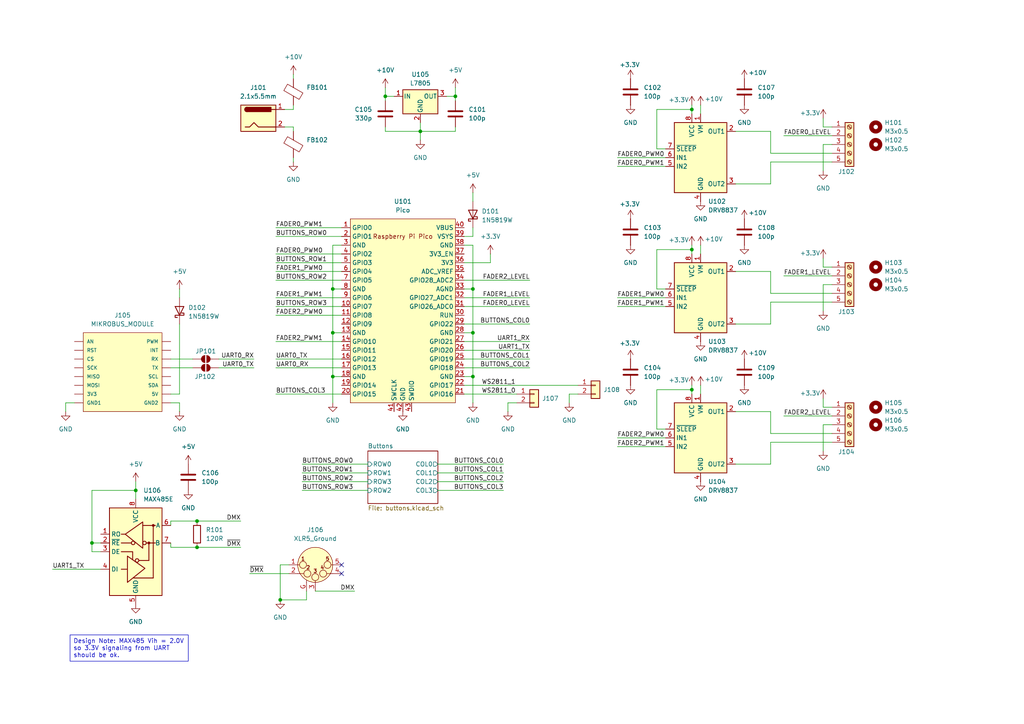
<source format=kicad_sch>
(kicad_sch (version 20231120) (generator "eeschema") (generator_version "8.0")
  (paper "A4")
  (title_block (title "DMX Controller") (rev "A") (company "Hinkle Inc."))
  (lib_symbols
    (symbol "Connector:Barrel_Jack" (pin_names (offset 1.016))
      (property "Reference" "J" (at 0 5.334 0))
      (property "Value" "Barrel_Jack" (at 0 -5.08 0))
      (symbol "Barrel_Jack_1_1"
        (pin passive line (at 7.62 2.54 180) (length 2.54) (name "~") (number "1"))
        (pin passive line (at 7.62 -2.54 180) (length 2.54) (name "~") (number "2"))
      )
    )
    (symbol "Connector:Screw_Terminal_01x05" (pin_names (offset 1.016) hide)
      (property "Reference" "J" (at 0 7.62 0))
      (property "Value" "Screw_Terminal_01x05" (at 0 -7.62 0))
      (symbol "Screw_Terminal_01x05_1_1"
        (pin passive line (at -5.08 5.08 0) (length 3.81) (name "Pin_1") (number "1"))
        (pin passive line (at -5.08 2.54 0) (length 3.81) (name "Pin_2") (number "2"))
        (pin passive line (at -5.08 0 0) (length 3.81) (name "Pin_3") (number "3"))
        (pin passive line (at -5.08 -2.54 0) (length 3.81) (name "Pin_4") (number "4"))
        (pin passive line (at -5.08 -5.08 0) (length 3.81) (name "Pin_5") (number "5"))
      )
    )
    (symbol "Connector_Audio:XLR5_Ground" (pin_names hide)
      (property "Reference" "J" (at 0 8.89 0))
      (property "Value" "XLR5_Ground" (at 0 6.35 0))
      (symbol "XLR5_Ground_0_1"
        (text "1" (at -3.556 1.778 0) (effects (font (size 1.016 1.016) (bold yes))))
        (text "2" (at -2.032 -0.762 0) (effects (font (size 1.016 1.016) (bold yes))))
        (text "3" (at 0 -1.778 0) (effects (font (size 1.016 1.016) (bold yes))))
        (text "4" (at 2.032 -0.762 0) (effects (font (size 1.016 1.016) (bold yes))))
        (text "5" (at 3.556 1.778 0) (effects (font (size 1.016 1.016) (bold yes))))
      )
      (symbol "XLR5_Ground_1_1"
        (pin passive line (at -7.62 0 0) (length 2.54) (name "P1") (number "1"))
        (pin passive line (at -7.62 -2.54 0) (length 2.54) (name "P2") (number "2"))
        (pin passive line (at 0 -7.62 90) (length 2.54) (name "P3") (number "3"))
        (pin passive line (at 7.62 -2.54 180) (length 2.54) (name "P3") (number "4"))
        (pin passive line (at 7.62 0 180) (length 2.54) (name "P5") (number "5"))
        (pin passive line (at -2.54 -7.62 90) (length 2.54) (name "~") (number "G"))
      )
    )
    (symbol "Connector_Generic:Conn_01x02" (pin_names (offset 1.016) hide)
      (property "Reference" "J" (at 0 2.54 0))
      (property "Value" "Conn_01x02" (at 0 -5.08 0))
      (symbol "Conn_01x02_1_1"
        (pin passive line (at -5.08 0 0) (length 3.81) (name "Pin_1") (number "1"))
        (pin passive line (at -5.08 -2.54 0) (length 3.81) (name "Pin_2") (number "2"))
      )
    )
    (symbol "Device:C" (pin_numbers hide) (pin_names (offset 0.254))
      (property "Reference" "C" (at 0.635 2.54 0))
      (property "Value" "C" (at 0.635 -2.54 0))
      (symbol "C_1_1"
        (pin passive line (at 0 3.81 270) (length 2.794) (name "~") (number "1"))
        (pin passive line (at 0 -3.81 90) (length 2.794) (name "~") (number "2"))
      )
    )
    (symbol "Device:D_Schottky" (pin_numbers hide) (pin_names (offset 1.016) hide)
      (property "Reference" "D" (at 0 2.54 0))
      (property "Value" "D_Schottky" (at 0 -2.54 0))
      (symbol "D_Schottky_1_1"
        (pin passive line (at -3.81 0 0) (length 2.54) (name "K") (number "1"))
        (pin passive line (at 3.81 0 180) (length 2.54) (name "A") (number "2"))
      )
    )
    (symbol "Device:FerriteBead" (pin_numbers hide) (pin_names (offset 0))
      (property "Reference" "FB" (at -3.81 0.635 90))
      (property "Value" "FerriteBead" (at 3.81 0 90))
      (symbol "FerriteBead_1_1"
        (pin passive line (at 0 3.81 270) (length 2.54) (name "~") (number "1"))
        (pin passive line (at 0 -3.81 90) (length 2.54) (name "~") (number "2"))
      )
    )
    (symbol "Device:R" (pin_numbers hide) (pin_names (offset 0))
      (property "Reference" "R" (at 2.032 0 90))
      (property "Value" "R" (at 0 0 90))
      (symbol "R_1_1"
        (pin passive line (at 0 3.81 270) (length 1.27) (name "~") (number "1"))
        (pin passive line (at 0 -3.81 90) (length 1.27) (name "~") (number "2"))
      )
    )
    (symbol "Driver_Motor:DRV8837"
      (property "Reference" "U" (at 6.35 11.43 0))
      (property "Value" "DRV8837" (at -10.16 11.43 0))
      (symbol "DRV8837_1_1"
        (pin power_in line (at 0 12.7 270) (length 2.54) (name "VM") (number "1"))
        (pin output line (at 10.16 7.62 180) (length 2.54) (name "OUT1") (number "2"))
        (pin output line (at 10.16 -7.62 180) (length 2.54) (name "OUT2") (number "3"))
        (pin power_in line (at 0 -12.7 90) (length 2.54) (name "GND") (number "4"))
        (pin input line (at -10.16 -2.54 0) (length 2.54) (name "IN2") (number "5"))
        (pin input line (at -10.16 0 0) (length 2.54) (name "IN1") (number "6"))
        (pin input line (at -10.16 2.54 0) (length 2.54) (name "~{SLEEP}") (number "7"))
        (pin power_in line (at -2.54 12.7 270) (length 2.54) (name "VCC") (number "8"))
        (pin passive line (at 0 -12.7 90) (length 2.54) hide (name "GND") (number "9"))
      )
    )
    (symbol "Interface_UART:MAX485E"
      (property "Reference" "U" (at -6.985 13.97 0))
      (property "Value" "MAX485E" (at 1.905 13.97 0))
      (symbol "MAX485E_1_1"
        (pin output line (at -10.16 5.08 0) (length 2.54) (name "RO") (number "1"))
        (pin input line (at -10.16 2.54 0) (length 2.54) (name "~{RE}") (number "2"))
        (pin input line (at -10.16 0 0) (length 2.54) (name "DE") (number "3"))
        (pin input line (at -10.16 -5.08 0) (length 2.54) (name "DI") (number "4"))
        (pin power_in line (at 0 -15.24 90) (length 2.54) (name "GND") (number "5"))
        (pin bidirectional line (at 10.16 7.62 180) (length 2.54) (name "A") (number "6"))
        (pin bidirectional line (at 10.16 2.54 180) (length 2.54) (name "B") (number "7"))
        (pin power_in line (at 0 15.24 270) (length 2.54) (name "VCC") (number "8"))
      )
    )
    (symbol "Jumper:SolderJumper_2_Open" (pin_numbers hide) (pin_names (offset 0) hide) (exclude_from_sim yes) (in_bom no)
      (property "Reference" "JP" (at 0 2.032 0))
      (property "Value" "SolderJumper_2_Open" (at 0 -2.54 0))
      (symbol "SolderJumper_2_Open_1_1"
        (pin passive line (at -3.81 0 0) (length 2.54) (name "A") (number "1"))
        (pin passive line (at 3.81 0 180) (length 2.54) (name "B") (number "2"))
      )
    )
    (symbol "MCU_RaspberryPi_and_Boards:Pico"
      (property "Reference" "U" (at -13.97 27.94 0))
      (property "Value" "Pico" (at 0 19.05 0))
      (symbol "Pico_0_0"
        (text "Raspberry Pi Pico" (at 0 21.59 0) (effects (font (size 1.27 1.27))))
      )
      (symbol "Pico_1_1"
        (pin bidirectional line (at -17.78 24.13 0) (length 2.54) (name "GPIO0") (number "1"))
        (pin bidirectional line (at -17.78 1.27 0) (length 2.54) (name "GPIO7") (number "10"))
        (pin bidirectional line (at -17.78 -1.27 0) (length 2.54) (name "GPIO8") (number "11"))
        (pin bidirectional line (at -17.78 -3.81 0) (length 2.54) (name "GPIO9") (number "12"))
        (pin power_in line (at -17.78 -6.35 0) (length 2.54) (name "GND") (number "13"))
        (pin bidirectional line (at -17.78 -8.89 0) (length 2.54) (name "GPIO10") (number "14"))
        (pin bidirectional line (at -17.78 -11.43 0) (length 2.54) (name "GPIO11") (number "15"))
        (pin bidirectional line (at -17.78 -13.97 0) (length 2.54) (name "GPIO12") (number "16"))
        (pin bidirectional line (at -17.78 -16.51 0) (length 2.54) (name "GPIO13") (number "17"))
        (pin power_in line (at -17.78 -19.05 0) (length 2.54) (name "GND") (number "18"))
        (pin bidirectional line (at -17.78 -21.59 0) (length 2.54) (name "GPIO14") (number "19"))
        (pin bidirectional line (at -17.78 21.59 0) (length 2.54) (name "GPIO1") (number "2"))
        (pin bidirectional line (at -17.78 -24.13 0) (length 2.54) (name "GPIO15") (number "20"))
        (pin bidirectional line (at 17.78 -24.13 180) (length 2.54) (name "GPIO16") (number "21"))
        (pin bidirectional line (at 17.78 -21.59 180) (length 2.54) (name "GPIO17") (number "22"))
        (pin power_in line (at 17.78 -19.05 180) (length 2.54) (name "GND") (number "23"))
        (pin bidirectional line (at 17.78 -16.51 180) (length 2.54) (name "GPIO18") (number "24"))
        (pin bidirectional line (at 17.78 -13.97 180) (length 2.54) (name "GPIO19") (number "25"))
        (pin bidirectional line (at 17.78 -11.43 180) (length 2.54) (name "GPIO20") (number "26"))
        (pin bidirectional line (at 17.78 -8.89 180) (length 2.54) (name "GPIO21") (number "27"))
        (pin power_in line (at 17.78 -6.35 180) (length 2.54) (name "GND") (number "28"))
        (pin bidirectional line (at 17.78 -3.81 180) (length 2.54) (name "GPIO22") (number "29"))
        (pin power_in line (at -17.78 19.05 0) (length 2.54) (name "GND") (number "3"))
        (pin input line (at 17.78 -1.27 180) (length 2.54) (name "RUN") (number "30"))
        (pin bidirectional line (at 17.78 1.27 180) (length 2.54) (name "GPIO26_ADC0") (number "31"))
        (pin bidirectional line (at 17.78 3.81 180) (length 2.54) (name "GPIO27_ADC1") (number "32"))
        (pin power_in line (at 17.78 6.35 180) (length 2.54) (name "AGND") (number "33"))
        (pin bidirectional line (at 17.78 8.89 180) (length 2.54) (name "GPIO28_ADC2") (number "34"))
        (pin power_in line (at 17.78 11.43 180) (length 2.54) (name "ADC_VREF") (number "35"))
        (pin power_in line (at 17.78 13.97 180) (length 2.54) (name "3V3") (number "36"))
        (pin input line (at 17.78 16.51 180) (length 2.54) (name "3V3_EN") (number "37"))
        (pin bidirectional line (at 17.78 19.05 180) (length 2.54) (name "GND") (number "38"))
        (pin power_in line (at 17.78 21.59 180) (length 2.54) (name "VSYS") (number "39"))
        (pin bidirectional line (at -17.78 16.51 0) (length 2.54) (name "GPIO2") (number "4"))
        (pin power_in line (at 17.78 24.13 180) (length 2.54) (name "VBUS") (number "40"))
        (pin input line (at -2.54 -29.21 90) (length 2.54) (name "SWCLK") (number "41"))
        (pin power_in line (at 0 -29.21 90) (length 2.54) (name "GND") (number "42"))
        (pin bidirectional line (at 2.54 -29.21 90) (length 2.54) (name "SWDIO") (number "43"))
        (pin bidirectional line (at -17.78 13.97 0) (length 2.54) (name "GPIO3") (number "5"))
        (pin bidirectional line (at -17.78 11.43 0) (length 2.54) (name "GPIO4") (number "6"))
        (pin bidirectional line (at -17.78 8.89 0) (length 2.54) (name "GPIO5") (number "7"))
        (pin power_in line (at -17.78 6.35 0) (length 2.54) (name "GND") (number "8"))
        (pin bidirectional line (at -17.78 3.81 0) (length 2.54) (name "GPIO6") (number "9"))
      )
    )
    (symbol "Mechanical:MountingHole" (pin_names (offset 1.016)) (exclude_from_sim yes) (in_bom no)
      (property "Reference" "H" (at 0 5.08 0))
      (property "Value" "MountingHole" (at 0 3.175 0))
    )
    (symbol "Regulator_Linear:L7805" (pin_names (offset 0.254))
      (property "Reference" "U" (at -3.81 3.175 0))
      (property "Value" "L7805" (at 0 3.175 0))
      (symbol "L7805_1_1"
        (pin power_in line (at -7.62 0 0) (length 2.54) (name "IN") (number "1"))
        (pin power_in line (at 0 -7.62 90) (length 2.54) (name "GND") (number "2"))
        (pin power_out line (at 7.62 0 180) (length 2.54) (name "OUT") (number "3"))
      )
    )
    (symbol "mikrobus:MIKROBUS_MODULE" (pin_numbers hide) (pin_names (offset 1.016))
      (property "Reference" "J" (at 0 -0.508 0))
      (property "Value" "MIKROBUS_MODULE" (at 0 23.368 0))
      (symbol "MIKROBUS_MODULE_0_0"
        (pin bidirectional line (at -2.54 20.32 0) (length 2.54) (name "AN") (number "P1"))
        (pin power_in line (at 25.4 5.08 180) (length 2.54) (name "5V") (number "P10"))
        (pin bidirectional line (at 25.4 7.62 180) (length 2.54) (name "SDA") (number "P11"))
        (pin bidirectional line (at 25.4 10.16 180) (length 2.54) (name "SCL") (number "P12"))
        (pin bidirectional line (at 25.4 12.7 180) (length 2.54) (name "TX") (number "P13"))
        (pin bidirectional line (at 25.4 15.24 180) (length 2.54) (name "RX") (number "P14"))
        (pin bidirectional line (at 25.4 17.78 180) (length 2.54) (name "INT") (number "P15"))
        (pin bidirectional line (at 25.4 20.32 180) (length 2.54) (name "PWM") (number "P16"))
        (pin bidirectional line (at -2.54 17.78 0) (length 2.54) (name "RST") (number "P2"))
        (pin bidirectional line (at -2.54 15.24 0) (length 2.54) (name "CS") (number "P3"))
        (pin bidirectional line (at -2.54 12.7 0) (length 2.54) (name "SCK") (number "P4"))
        (pin bidirectional line (at -2.54 10.16 0) (length 2.54) (name "MISO") (number "P5"))
        (pin bidirectional line (at -2.54 7.62 0) (length 2.54) (name "MOSI") (number "P6"))
        (pin power_in line (at -2.54 5.08 0) (length 2.54) (name "3V3") (number "P7"))
        (pin bidirectional line (at -2.54 2.54 0) (length 2.54) (name "GND1") (number "P8"))
        (pin bidirectional line (at 25.4 2.54 180) (length 2.54) (name "GND2") (number "P9"))
      )
    )
    (symbol "power:+10V" (power) (pin_numbers hide) (pin_names (offset 0) hide)
      (property "Value" "+10V" (at 0 3.556 0))
      (symbol "+10V_1_1"
        (pin power_in line (at 0 0 90) (length 0) (name "~") (number "1"))
      )
    )
    (symbol "power:+3.3V" (power) (pin_numbers hide) (pin_names (offset 0) hide)
      (property "Value" "+3.3V" (at 0 3.556 0))
      (symbol "+3.3V_1_1"
        (pin power_in line (at 0 0 90) (length 0) (name "~") (number "1"))
      )
    )
    (symbol "power:+5V" (power) (pin_numbers hide) (pin_names (offset 0) hide)
      (property "Value" "+5V" (at 0 3.556 0))
      (symbol "+5V_1_1"
        (pin power_in line (at 0 0 90) (length 0) (name "~") (number "1"))
      )
    )
    (symbol "power:GND" (power) (pin_numbers hide) (pin_names (offset 0) hide)
      (property "Value" "GND" (at 0 -3.81 0))
      (symbol "GND_1_1"
        (pin power_in line (at 0 0 270) (length 0) (name "~") (number "1"))
      )
    )
  )
  (junction (at 121.92 38.1))
  (junction (at 200.66 72.39))
  (junction (at 200.66 113.03))
  (junction (at 96.52 109.22))
  (junction (at 57.15 158.75))
  (junction (at 111.76 27.94))
  (junction (at 137.16 83.82))
  (junction (at 132.08 27.94))
  (junction (at 137.16 109.22))
  (junction (at 57.15 151.13))
  (junction (at 200.66 31.75))
  (junction (at 26.67 157.48))
  (junction (at 96.52 96.52))
  (junction (at 137.16 96.52))
  (junction (at 39.37 142.24))
  (junction (at 81.28 173.99))
  (junction (at 96.52 83.82))
  (no_connect (at 99.06 163.83))
  (no_connect (at 99.06 166.37))
  (wire (pts (xy 49.53 158.75) (xy 49.53 157.48)))
  (wire (pts (xy 39.37 139.7) (xy 39.37 142.24)))
  (wire (pts (xy 134.62 83.82) (xy 137.16 83.82)))
  (wire (pts (xy 134.62 68.58) (xy 137.16 68.58)))
  (wire (pts (xy 190.5 83.82) (xy 193.04 83.82)))
  (wire (pts (xy 238.76 130.81) (xy 238.76 123.19)))
  (wire (pts (xy 19.05 116.84) (xy 19.05 119.38)))
  (wire (pts (xy 49.53 151.13) (xy 57.15 151.13)))
  (wire (pts (xy 153.67 106.68) (xy 134.62 106.68)))
  (wire (pts (xy 49.53 106.68) (xy 55.88 106.68)))
  (wire (pts (xy 200.66 72.39) (xy 200.66 73.66)))
  (wire (pts (xy 190.5 31.75) (xy 200.66 31.75)))
  (wire (pts (xy 134.62 114.3) (xy 149.86 114.3)))
  (wire (pts (xy 134.62 88.9) (xy 153.67 88.9)))
  (wire (pts (xy 200.66 113.03) (xy 200.66 114.3)))
  (wire (pts (xy 190.5 43.18) (xy 190.5 31.75)))
  (wire (pts (xy 190.5 124.46) (xy 193.04 124.46)))
  (wire (pts (xy 85.09 21.59) (xy 85.09 22.86)))
  (wire (pts (xy 203.2 71.12) (xy 203.2 73.66)))
  (wire (pts (xy 134.62 86.36) (xy 153.67 86.36)))
  (wire (pts (xy 153.67 104.14) (xy 134.62 104.14)))
  (wire (pts (xy 146.05 142.24) (xy 127 142.24)))
  (wire (pts (xy 52.07 93.98) (xy 52.07 114.3)))
  (wire (pts (xy 29.21 165.1) (xy 15.24 165.1)))
  (wire (pts (xy 137.16 83.82) (xy 137.16 96.52)))
  (wire (pts (xy 111.76 38.1) (xy 111.76 36.83)))
  (wire (pts (xy 137.16 109.22) (xy 134.62 109.22)))
  (wire (pts (xy 238.76 90.17) (xy 238.76 82.55)))
  (wire (pts (xy 238.76 82.55) (xy 241.3 82.55)))
  (wire (pts (xy 80.01 99.06) (xy 99.06 99.06)))
  (wire (pts (xy 132.08 27.94) (xy 129.54 27.94)))
  (wire (pts (xy 96.52 83.82) (xy 96.52 96.52)))
  (wire (pts (xy 223.52 134.62) (xy 223.52 128.27)))
  (wire (pts (xy 223.52 85.09) (xy 223.52 78.74)))
  (wire (pts (xy 49.53 158.75) (xy 57.15 158.75)))
  (wire (pts (xy 179.07 48.26) (xy 193.04 48.26)))
  (wire (pts (xy 57.15 151.13) (xy 69.85 151.13)))
  (wire (pts (xy 111.76 27.94) (xy 111.76 25.4)))
  (wire (pts (xy 121.92 38.1) (xy 111.76 38.1)))
  (wire (pts (xy 29.21 160.02) (xy 26.67 160.02)))
  (wire (pts (xy 134.62 81.28) (xy 153.67 81.28)))
  (wire (pts (xy 223.52 125.73) (xy 223.52 119.38)))
  (wire (pts (xy 85.09 36.83) (xy 85.09 38.1)))
  (wire (pts (xy 96.52 109.22) (xy 96.52 116.84)))
  (wire (pts (xy 146.05 134.62) (xy 127 134.62)))
  (wire (pts (xy 80.01 88.9) (xy 99.06 88.9)))
  (wire (pts (xy 223.52 46.99) (xy 241.3 46.99)))
  (wire (pts (xy 223.52 119.38) (xy 213.36 119.38)))
  (wire (pts (xy 213.36 93.98) (xy 223.52 93.98)))
  (wire (pts (xy 223.52 93.98) (xy 223.52 87.63)))
  (wire (pts (xy 213.36 53.34) (xy 223.52 53.34)))
  (wire (pts (xy 167.64 114.3) (xy 165.1 114.3)))
  (wire (pts (xy 91.44 171.45) (xy 102.87 171.45)))
  (wire (pts (xy 223.52 53.34) (xy 223.52 46.99)))
  (wire (pts (xy 132.08 29.21) (xy 132.08 27.94)))
  (wire (pts (xy 146.05 137.16) (xy 127 137.16)))
  (wire (pts (xy 26.67 157.48) (xy 26.67 142.24)))
  (wire (pts (xy 190.5 124.46) (xy 190.5 113.03)))
  (wire (pts (xy 190.5 43.18) (xy 193.04 43.18)))
  (wire (pts (xy 149.86 116.84) (xy 147.32 116.84)))
  (wire (pts (xy 26.67 142.24) (xy 39.37 142.24)))
  (wire (pts (xy 82.55 31.75) (xy 85.09 31.75)))
  (wire (pts (xy 80.01 106.68) (xy 99.06 106.68)))
  (wire (pts (xy 111.76 27.94) (xy 111.76 29.21)))
  (wire (pts (xy 238.76 49.53) (xy 238.76 41.91)))
  (wire (pts (xy 26.67 157.48) (xy 29.21 157.48)))
  (wire (pts (xy 85.09 30.48) (xy 85.09 31.75)))
  (wire (pts (xy 81.28 163.83) (xy 83.82 163.83)))
  (wire (pts (xy 99.06 96.52) (xy 96.52 96.52)))
  (wire (pts (xy 200.66 71.12) (xy 200.66 72.39)))
  (wire (pts (xy 114.3 27.94) (xy 111.76 27.94)))
  (wire (pts (xy 223.52 38.1) (xy 213.36 38.1)))
  (wire (pts (xy 99.06 109.22) (xy 96.52 109.22)))
  (wire (pts (xy 73.66 106.68) (xy 63.5 106.68)))
  (wire (pts (xy 137.16 55.88) (xy 137.16 58.42)))
  (wire (pts (xy 52.07 83.82) (xy 52.07 86.36)))
  (wire (pts (xy 190.5 113.03) (xy 200.66 113.03)))
  (wire (pts (xy 81.28 173.99) (xy 81.28 163.83)))
  (wire (pts (xy 134.62 99.06) (xy 153.67 99.06)))
  (wire (pts (xy 132.08 25.4) (xy 132.08 27.94)))
  (wire (pts (xy 238.76 41.91) (xy 241.3 41.91)))
  (wire (pts (xy 80.01 81.28) (xy 99.06 81.28)))
  (wire (pts (xy 223.52 128.27) (xy 241.3 128.27)))
  (wire (pts (xy 99.06 66.04) (xy 80.01 66.04)))
  (wire (pts (xy 96.52 71.12) (xy 96.52 83.82)))
  (wire (pts (xy 80.01 86.36) (xy 99.06 86.36)))
  (wire (pts (xy 88.9 171.45) (xy 88.9 173.99)))
  (wire (pts (xy 179.07 127) (xy 193.04 127)))
  (wire (pts (xy 80.01 78.74) (xy 99.06 78.74)))
  (wire (pts (xy 99.06 83.82) (xy 96.52 83.82)))
  (wire (pts (xy 134.62 71.12) (xy 137.16 71.12)))
  (wire (pts (xy 39.37 142.24) (xy 39.37 144.78)))
  (wire (pts (xy 200.66 30.48) (xy 200.66 31.75)))
  (wire (pts (xy 99.06 71.12) (xy 96.52 71.12)))
  (wire (pts (xy 26.67 160.02) (xy 26.67 157.48)))
  (wire (pts (xy 87.63 139.7) (xy 106.68 139.7)))
  (wire (pts (xy 121.92 40.64) (xy 121.92 38.1)))
  (wire (pts (xy 213.36 134.62) (xy 223.52 134.62)))
  (wire (pts (xy 203.2 111.76) (xy 203.2 114.3)))
  (wire (pts (xy 227.33 39.37) (xy 241.3 39.37)))
  (wire (pts (xy 241.3 36.83) (xy 238.76 36.83)))
  (wire (pts (xy 147.32 116.84) (xy 147.32 119.38)))
  (wire (pts (xy 80.01 68.58) (xy 99.06 68.58)))
  (wire (pts (xy 73.66 104.14) (xy 63.5 104.14)))
  (wire (pts (xy 238.76 36.83) (xy 238.76 34.29)))
  (wire (pts (xy 223.52 78.74) (xy 213.36 78.74)))
  (wire (pts (xy 238.76 77.47) (xy 238.76 74.93)))
  (wire (pts (xy 134.62 76.2) (xy 142.24 76.2)))
  (wire (pts (xy 146.05 139.7) (xy 127 139.7)))
  (wire (pts (xy 137.16 96.52) (xy 137.16 109.22)))
  (wire (pts (xy 96.52 96.52) (xy 96.52 109.22)))
  (wire (pts (xy 223.52 44.45) (xy 223.52 38.1)))
  (wire (pts (xy 57.15 158.75) (xy 69.85 158.75)))
  (wire (pts (xy 49.53 116.84) (xy 52.07 116.84)))
  (wire (pts (xy 82.55 36.83) (xy 85.09 36.83)))
  (wire (pts (xy 21.59 116.84) (xy 19.05 116.84)))
  (wire (pts (xy 200.66 111.76) (xy 200.66 113.03)))
  (wire (pts (xy 179.07 88.9) (xy 193.04 88.9)))
  (wire (pts (xy 137.16 71.12) (xy 137.16 83.82)))
  (wire (pts (xy 241.3 44.45) (xy 223.52 44.45)))
  (wire (pts (xy 52.07 114.3) (xy 49.53 114.3)))
  (wire (pts (xy 121.92 38.1) (xy 121.92 35.56)))
  (wire (pts (xy 200.66 31.75) (xy 200.66 33.02)))
  (wire (pts (xy 241.3 125.73) (xy 223.52 125.73)))
  (wire (pts (xy 238.76 118.11) (xy 238.76 115.57)))
  (wire (pts (xy 49.53 151.13) (xy 49.53 152.4)))
  (wire (pts (xy 87.63 137.16) (xy 106.68 137.16)))
  (wire (pts (xy 132.08 38.1) (xy 132.08 36.83)))
  (wire (pts (xy 137.16 116.84) (xy 137.16 109.22)))
  (wire (pts (xy 85.09 45.72) (xy 85.09 46.99)))
  (wire (pts (xy 80.01 91.44) (xy 99.06 91.44)))
  (wire (pts (xy 227.33 120.65) (xy 241.3 120.65)))
  (wire (pts (xy 223.52 87.63) (xy 241.3 87.63)))
  (wire (pts (xy 99.06 73.66) (xy 80.01 73.66)))
  (wire (pts (xy 179.07 45.72) (xy 193.04 45.72)))
  (wire (pts (xy 80.01 76.2) (xy 99.06 76.2)))
  (wire (pts (xy 227.33 80.01) (xy 241.3 80.01)))
  (wire (pts (xy 80.01 104.14) (xy 99.06 104.14)))
  (wire (pts (xy 179.07 129.54) (xy 193.04 129.54)))
  (wire (pts (xy 88.9 173.99) (xy 81.28 173.99)))
  (wire (pts (xy 137.16 68.58) (xy 137.16 66.04)))
  (wire (pts (xy 179.07 86.36) (xy 193.04 86.36)))
  (wire (pts (xy 87.63 142.24) (xy 106.68 142.24)))
  (wire (pts (xy 121.92 38.1) (xy 132.08 38.1)))
  (wire (pts (xy 165.1 114.3) (xy 165.1 116.84)))
  (wire (pts (xy 203.2 30.48) (xy 203.2 33.02)))
  (wire (pts (xy 241.3 118.11) (xy 238.76 118.11)))
  (wire (pts (xy 238.76 123.19) (xy 241.3 123.19)))
  (wire (pts (xy 153.67 93.98) (xy 134.62 93.98)))
  (wire (pts (xy 142.24 73.66) (xy 142.24 76.2)))
  (wire (pts (xy 134.62 101.6) (xy 153.67 101.6)))
  (wire (pts (xy 134.62 96.52) (xy 137.16 96.52)))
  (wire (pts (xy 134.62 111.76) (xy 167.64 111.76)))
  (wire (pts (xy 241.3 85.09) (xy 223.52 85.09)))
  (wire (pts (xy 83.82 166.37) (xy 72.39 166.37)))
  (wire (pts (xy 52.07 116.84) (xy 52.07 119.38)))
  (wire (pts (xy 190.5 83.82) (xy 190.5 72.39)))
  (wire (pts (xy 55.88 104.14) (xy 49.53 104.14)))
  (wire (pts (xy 241.3 77.47) (xy 238.76 77.47)))
  (wire (pts (xy 87.63 134.62) (xy 106.68 134.62)))
  (wire (pts (xy 80.01 114.3) (xy 99.06 114.3)))
  (wire (pts (xy 190.5 72.39) (xy 200.66 72.39)))
  (text_box "Design Note: MAX485 Vih = 2.0V so 3.3V signaling from UART should be ok." (at 20.32 184.15 0) (size 34.29 7.62) (effects (font (size 1.27 1.27)) (justify left top)))
  (label "UART1_RX" (at 153.67 99.06 180))
  (label "BUTTONS_ROW1" (at 87.63 137.16 0))
  (label "WS2811_1" (at 139.7 111.76 0))
  (label "FADER1_PWM1" (at 80.01 86.36 0))
  (label "FADER1_PWM0" (at 179.07 86.36 0))
  (label "UART0_TX" (at 73.66 106.68 180))
  (label "FADER0_PWM0" (at 179.07 45.72 0))
  (label "FADER2_PWM0" (at 179.07 127 0))
  (label "FADER1_LEVEL" (at 227.33 80.01 0))
  (label "FADER2_PWM1" (at 80.01 99.06 0))
  (label "FADER0_PWM0" (at 80.01 73.66 0))
  (label "FADER0_LEVEL" (at 227.33 39.37 0))
  (label "~{DMX}" (at 69.85 158.75 180))
  (label "FADER0_PWM1" (at 80.01 66.04 0))
  (label "UART0_RX" (at 73.66 104.14 180))
  (label "BUTTONS_ROW1" (at 80.01 76.2 0))
  (label "DMX" (at 69.85 151.13 180))
  (label "FADER1_PWM0" (at 80.01 78.74 0))
  (label "BUTTONS_COL0" (at 146.05 134.62 180))
  (label "BUTTONS_ROW3" (at 80.01 88.9 0))
  (label "BUTTONS_COL1" (at 146.05 137.16 180))
  (label "UART1_TX" (at 153.67 101.6 180))
  (label "BUTTONS_ROW0" (at 80.01 68.58 0))
  (label "UART1_TX" (at 15.24 165.1 0))
  (label "FADER2_LEVEL" (at 227.33 120.65 0))
  (label "UART0_TX" (at 80.01 104.14 0))
  (label "BUTTONS_ROW2" (at 80.01 81.28 0))
  (label "BUTTONS_ROW2" (at 87.63 139.7 0))
  (label "FADER2_PWM0" (at 80.01 91.44 0))
  (label "FADER0_PWM1" (at 179.07 48.26 0))
  (label "BUTTONS_COL0" (at 153.67 93.98 180))
  (label "BUTTONS_COL3" (at 80.01 114.3 0))
  (label "FADER2_LEVEL" (at 153.67 81.28 180))
  (label "BUTTONS_COL3" (at 146.05 142.24 180))
  (label "~{DMX}" (at 72.39 166.37 0))
  (label "FADER1_PWM1" (at 179.07 88.9 0))
  (label "BUTTONS_COL2" (at 153.67 106.68 180))
  (label "FADER1_LEVEL" (at 153.67 86.36 180))
  (label "BUTTONS_COL2" (at 146.05 139.7 180))
  (label "BUTTONS_COL1" (at 153.67 104.14 180))
  (label "WS2811_0" (at 139.7 114.3 0))
  (label "FADER2_PWM1" (at 179.07 129.54 0))
  (label "BUTTONS_ROW0" (at 87.63 134.62 0))
  (label "FADER0_LEVEL" (at 153.67 88.9 180))
  (label "UART0_RX" (at 80.01 106.68 0))
  (label "DMX" (at 102.87 171.45 180))
  (label "BUTTONS_ROW3" (at 87.63 142.24 0))
  (symbol (lib_id "power:GND") (at 52.07 119.38 0) (unit 1)
    (property "Reference" "#PWR0126" (effects (hide yes)))
    (property "Value" "GND" (at 52.07 124.46 0))
    (property "Description" "Power symbol creates a global label with name \"GND\" , ground" (effects (hide yes)))
  )
  (symbol (lib_id "power:GND") (at 182.88 111.76 0) (unit 1)
    (property "Reference" "#PWR0139" (effects (hide yes)))
    (property "Value" "GND" (at 182.88 116.84 0))
    (property "Description" "Power symbol creates a global label with name \"GND\" , ground" (effects (hide yes)))
  )
  (symbol (lib_id "Device:C") (at 215.9 26.67 0) (unit 1)
    (property "Reference" "C107" (at 219.71 25.3999 0) (effects (justify left)))
    (property "Value" "100p" (at 219.71 27.9399 0) (effects (justify left)))
    (property "Footprint" "Capacitor_SMD:C_0805_2012Metric_Pad1.18x1.45mm_HandSolder" (effects (hide yes)))
    (property "Description" "Unpolarized capacitor" (effects (hide yes)))
  )
  (symbol (lib_id "power:GND") (at 121.92 40.64 0) (unit 1)
    (property "Reference" "#PWR0106" (effects (hide yes)))
    (property "Value" "GND" (at 121.92 45.72 0))
    (property "Description" "Power symbol creates a global label with name \"GND\" , ground" (effects (hide yes)))
  )
  (symbol (lib_id "power:GND") (at 39.37 175.26 0) (unit 1)
    (property "Reference" "#PWR0132" (effects (hide yes)))
    (property "Value" "GND" (at 39.37 180.34 0))
    (property "Description" "Power symbol creates a global label with name \"GND\" , ground" (effects (hide yes)))
  )
  (symbol (lib_id "power:GND") (at 203.2 58.42 0) (unit 1)
    (property "Reference" "#PWR0110" (effects (hide yes)))
    (property "Value" "GND" (at 203.2 63.5 0))
    (property "Description" "Power symbol creates a global label with name \"GND\" , ground" (effects (hide yes)))
  )
  (symbol (lib_id "power:GND") (at 137.16 116.84 0) (unit 1)
    (property "Reference" "#PWR0113" (effects (hide yes)))
    (property "Value" "GND" (at 137.16 121.92 0))
    (property "Description" "Power symbol creates a global label with name \"GND\" , ground" (effects (hide yes)))
  )
  (symbol (lib_id "power:+3.3V") (at 182.88 63.5 0) (unit 1)
    (property "Reference" "#PWR0136" (effects (hide yes)))
    (property "Value" "+3.3V" (at 182.626 59.182 0))
    (property "Description" "Power symbol creates a global label with name \"+3.3V\"" (effects (hide yes)))
  )
  (symbol (lib_id "Mechanical:MountingHole") (at 254 118.11 0) (unit 1) (exclude_from_sim yes) (in_bom no)
    (property "Reference" "H105" (at 256.54 116.8399 0) (effects (justify left)))
    (property "Value" "M3x0.5" (at 256.54 119.3799 0) (effects (justify left)))
    (property "Footprint" "MountingHole:MountingHole_3.2mm_M3_DIN965_Pad_TopBottom" (effects (hide yes)))
    (property "Description" "Mounting Hole without connection" (effects (hide yes)))
  )
  (symbol (lib_id "power:+10V") (at 85.09 21.59 0) (unit 1)
    (property "Reference" "#PWR0103" (effects (hide yes)))
    (property "Value" "+10V" (at 85.09 16.51 0))
    (property "Description" "Power symbol creates a global label with name \"+10V\"" (effects (hide yes)))
  )
  (symbol (lib_id "Mechanical:MountingHole") (at 254 77.47 0) (unit 1) (exclude_from_sim yes) (in_bom no)
    (property "Reference" "H103" (at 256.54 76.1999 0) (effects (justify left)))
    (property "Value" "M3x0.5" (at 256.54 78.7399 0) (effects (justify left)))
    (property "Footprint" "MountingHole:MountingHole_3.2mm_M3_DIN965_Pad_TopBottom" (effects (hide yes)))
    (property "Description" "Mounting Hole without connection" (effects (hide yes)))
  )
  (symbol (lib_id "Device:C") (at 182.88 67.31 0) (unit 1)
    (property "Reference" "C103" (at 186.69 66.0399 0) (effects (justify left)))
    (property "Value" "100p" (at 186.69 68.5799 0) (effects (justify left)))
    (property "Footprint" "Capacitor_SMD:C_0805_2012Metric_Pad1.18x1.45mm_HandSolder" (effects (hide yes)))
    (property "Description" "Unpolarized capacitor" (effects (hide yes)))
  )
  (symbol (lib_id "power:+10V") (at 203.2 71.12 0) (mirror y) (unit 1)
    (property "Reference" "#PWR0117" (effects (hide yes)))
    (property "Value" "+10V" (at 207.01 69.342 0))
    (property "Description" "Power symbol creates a global label with name \"+10V\"" (effects (hide yes)))
  )
  (symbol (lib_id "Device:C") (at 182.88 26.67 0) (unit 1)
    (property "Reference" "C102" (at 186.69 25.3999 0) (effects (justify left)))
    (property "Value" "100p" (at 186.69 27.9399 0) (effects (justify left)))
    (property "Footprint" "Capacitor_SMD:C_0805_2012Metric_Pad1.18x1.45mm_HandSolder" (effects (hide yes)))
    (property "Description" "Unpolarized capacitor" (effects (hide yes)))
  )
  (symbol (lib_id "power:GND") (at 215.9 71.12 0) (unit 1)
    (property "Reference" "#PWR0145" (effects (hide yes)))
    (property "Value" "GND" (at 215.9 76.2 0))
    (property "Description" "Power symbol creates a global label with name \"GND\" , ground" (effects (hide yes)))
  )
  (symbol (lib_id "power:+3.3V") (at 200.66 111.76 0) (unit 1)
    (property "Reference" "#PWR0121" (effects (hide yes)))
    (property "Value" "+3.3V" (at 196.85 110.236 0))
    (property "Description" "Power symbol creates a global label with name \"+3.3V\"" (effects (hide yes)))
  )
  (symbol (lib_id "Device:C") (at 54.61 138.43 0) (unit 1)
    (property "Reference" "C106" (at 58.42 137.1599 0) (effects (justify left)))
    (property "Value" "100p" (at 58.42 139.6999 0) (effects (justify left)))
    (property "Footprint" "Capacitor_SMD:C_0805_2012Metric_Pad1.18x1.45mm_HandSolder" (effects (hide yes)))
    (property "Description" "Unpolarized capacitor" (effects (hide yes)))
  )
  (symbol (lib_id "power:+3.3V") (at 238.76 74.93 0) (unit 1)
    (property "Reference" "#PWR0119" (effects (hide yes)))
    (property "Value" "+3.3V" (at 234.95 73.406 0))
    (property "Description" "Power symbol creates a global label with name \"+3.3V\"" (effects (hide yes)))
  )
  (symbol (lib_id "power:GND") (at 81.28 173.99 0) (unit 1)
    (property "Reference" "#PWR0134" (effects (hide yes)))
    (property "Value" "GND" (at 81.28 179.07 0))
    (property "Description" "Power symbol creates a global label with name \"GND\" , ground" (effects (hide yes)))
  )
  (symbol (lib_id "Connector_Audio:XLR5_Ground") (at 91.44 163.83 0) (unit 1)
    (property "Reference" "J106" (at 91.44 153.67 0))
    (property "Value" "XLR5_Ground" (at 91.44 156.21 0))
    (property "Footprint" "Connector_Audio:Jack_XLR_Neutrik_NC5FAH_Horizontal" (effects (hide yes)))
    (property "Description" "XLR Connector, Male or Female, 5 Pins, Discrete Ground Pin" (effects (hide yes)))
  )
  (symbol (lib_id "Device:C") (at 132.08 33.02 0) (unit 1)
    (property "Reference" "C101" (at 135.89 31.7499 0) (effects (justify left)))
    (property "Value" "100p" (at 135.89 34.2899 0) (effects (justify left)))
    (property "Footprint" "Capacitor_SMD:C_0805_2012Metric_Pad1.18x1.45mm_HandSolder" (effects (hide yes)))
    (property "Description" "Unpolarized capacitor" (effects (hide yes)))
  )
  (symbol (lib_id "power:+10V") (at 203.2 111.76 0) (mirror y) (unit 1)
    (property "Reference" "#PWR0122" (effects (hide yes)))
    (property "Value" "+10V" (at 207.01 109.982 0))
    (property "Description" "Power symbol creates a global label with name \"+10V\"" (effects (hide yes)))
  )
  (symbol (lib_id "Driver_Motor:DRV8837") (at 203.2 45.72 0) (unit 1)
    (property "Reference" "U102" (at 205.3941 58.42 0) (effects (justify left)))
    (property "Value" "DRV8837" (at 205.3941 60.96 0) (effects (justify left)))
    (property "Footprint" "Package_SON:WSON-8-1EP_2x2mm_P0.5mm_EP0.9x1.6mm" (effects (hide yes)))
    (property "Datasheet" "http://www.ti.com/lit/ds/symlink/drv8837.pdf" (effects (hide yes)))
    (property "Description" "H-Bridge driver, 1.8A, Low Voltage, PWM input, WSON-8" (effects (hide yes)))
  )
  (symbol (lib_id "power:GND") (at 182.88 71.12 0) (unit 1)
    (property "Reference" "#PWR0137" (effects (hide yes)))
    (property "Value" "GND" (at 182.88 76.2 0))
    (property "Description" "Power symbol creates a global label with name \"GND\" , ground" (effects (hide yes)))
  )
  (symbol (lib_id "Device:C") (at 215.9 107.95 0) (unit 1)
    (property "Reference" "C109" (at 219.71 106.6799 0) (effects (justify left)))
    (property "Value" "100p" (at 219.71 109.2199 0) (effects (justify left)))
    (property "Footprint" "Capacitor_SMD:C_0805_2012Metric_Pad1.18x1.45mm_HandSolder" (effects (hide yes)))
    (property "Description" "Unpolarized capacitor" (effects (hide yes)))
  )
  (symbol (lib_id "power:GND") (at 85.09 46.99 0) (unit 1)
    (property "Reference" "#PWR0104" (effects (hide yes)))
    (property "Value" "GND" (at 85.09 52.07 0))
    (property "Description" "Power symbol creates a global label with name \"GND\" , ground" (effects (hide yes)))
  )
  (symbol (lib_id "Device:D_Schottky") (at 137.16 62.23 90) (unit 1)
    (property "Reference" "D101" (at 139.7 61.2774 90) (effects (justify right)))
    (property "Value" "1N5819W" (at 139.7 63.8174 90) (effects (justify right)))
    (property "Footprint" "Diode_SMD:D_SOD-123F" (effects (hide yes)))
    (property "Datasheet" "https://www.smc-diodes.com/propdf/1N5817W%20THRU%201N5819W%20N1756%20REV.A.pdf" (effects (hide yes)))
    (property "Description" "Schottky diode" (effects (hide yes)))
  )
  (symbol (lib_id "power:GND") (at 96.52 116.84 0) (unit 1)
    (property "Reference" "#PWR0112" (effects (hide yes)))
    (property "Value" "GND" (at 96.52 121.92 0))
    (property "Description" "Power symbol creates a global label with name \"GND\" , ground" (effects (hide yes)))
  )
  (symbol (lib_id "power:+5V") (at 137.16 55.88 0) (unit 1)
    (property "Reference" "#PWR0101" (effects (hide yes)))
    (property "Value" "+5V" (at 137.16 50.8 0))
    (property "Description" "Power symbol creates a global label with name \"+5V\"" (effects (hide yes)))
  )
  (symbol (lib_id "Driver_Motor:DRV8837") (at 203.2 127 0) (unit 1)
    (property "Reference" "U104" (at 205.3941 139.7 0) (effects (justify left)))
    (property "Value" "DRV8837" (at 205.3941 142.24 0) (effects (justify left)))
    (property "Footprint" "Package_SON:WSON-8-1EP_2x2mm_P0.5mm_EP0.9x1.6mm" (effects (hide yes)))
    (property "Datasheet" "http://www.ti.com/lit/ds/symlink/drv8837.pdf" (effects (hide yes)))
    (property "Description" "H-Bridge driver, 1.8A, Low Voltage, PWM input, WSON-8" (effects (hide yes)))
  )
  (symbol (lib_id "power:+10V") (at 215.9 22.86 0) (mirror y) (unit 1)
    (property "Reference" "#PWR0143" (effects (hide yes)))
    (property "Value" "+10V" (at 219.71 21.082 0))
    (property "Description" "Power symbol creates a global label with name \"+10V\"" (effects (hide yes)))
  )
  (symbol (lib_id "Device:C") (at 215.9 67.31 0) (unit 1)
    (property "Reference" "C108" (at 219.71 66.0399 0) (effects (justify left)))
    (property "Value" "100p" (at 219.71 68.5799 0) (effects (justify left)))
    (property "Footprint" "Capacitor_SMD:C_0805_2012Metric_Pad1.18x1.45mm_HandSolder" (effects (hide yes)))
    (property "Description" "Unpolarized capacitor" (effects (hide yes)))
  )
  (symbol (lib_id "power:GND") (at 203.2 99.06 0) (unit 1)
    (property "Reference" "#PWR0118" (effects (hide yes)))
    (property "Value" "GND" (at 203.2 104.14 0))
    (property "Description" "Power symbol creates a global label with name \"GND\" , ground" (effects (hide yes)))
  )
  (symbol (lib_id "Connector:Screw_Terminal_01x05") (at 246.38 82.55 0) (unit 1)
    (property "Reference" "J103" (at 243.078 90.424 0) (effects (justify left)))
    (property "Value" "Screw_Terminal_01x05" (effects (hide yes)))
    (property "Footprint" "Connector_PinHeader_2.54mm:PinHeader_1x05_P2.54mm_Vertical" (effects (hide yes)))
    (property "Description" "Generic screw terminal, single row, 01x05, script generated (kicad-library-utils/schlib/autogen/connector/)" (effects (hide yes)))
  )
  (symbol (lib_id "power:GND") (at 165.1 116.84 0) (unit 1)
    (property "Reference" "#PWR0130" (effects (hide yes)))
    (property "Value" "GND" (at 165.1 121.92 0))
    (property "Description" "Power symbol creates a global label with name \"GND\" , ground" (effects (hide yes)))
  )
  (symbol (lib_id "power:+3.3V") (at 200.66 71.12 0) (unit 1)
    (property "Reference" "#PWR0116" (effects (hide yes)))
    (property "Value" "+3.3V" (at 196.85 69.596 0))
    (property "Description" "Power symbol creates a global label with name \"+3.3V\"" (effects (hide yes)))
  )
  (symbol (lib_id "Connector:Screw_Terminal_01x05") (at 246.38 123.19 0) (unit 1)
    (property "Reference" "J104" (at 243.078 131.064 0) (effects (justify left)))
    (property "Value" "Screw_Terminal_01x05" (effects (hide yes)))
    (property "Footprint" "Connector_PinHeader_2.54mm:PinHeader_1x05_P2.54mm_Vertical" (effects (hide yes)))
    (property "Description" "Generic screw terminal, single row, 01x05, script generated (kicad-library-utils/schlib/autogen/connector/)" (effects (hide yes)))
  )
  (symbol (lib_id "Interface_UART:MAX485E") (at 39.37 160.02 0) (unit 1)
    (property "Reference" "U106" (at 41.5641 142.24 0) (effects (justify left)))
    (property "Value" "MAX485E" (at 41.5641 144.78 0) (effects (justify left)))
    (property "Footprint" "Package_SO:SOIC-8_3.9x4.9mm_P1.27mm" (effects (hide yes)))
    (property "Datasheet" "https://datasheets.maximintegrated.com/en/ds/MAX1487E-MAX491E.pdf" (effects (hide yes)))
    (property "Description" "Half duplex RS-485/RS-422, 2.5 Mbps, ±15kV electro-static discharge (ESD) protection, no slew-rate, no low-power shutdown, with receiver/driver enable, 32 receiver drive capability, DIP-8 and SOIC-8" (effects (hide yes)))
  )
  (symbol (lib_id "Device:C") (at 111.76 33.02 0) (mirror y) (unit 1)
    (property "Reference" "C105" (at 107.95 31.7499 0) (effects (justify left)))
    (property "Value" "330p" (at 107.95 34.2899 0) (effects (justify left)))
    (property "Footprint" "Capacitor_SMD:C_0805_2012Metric_Pad1.18x1.45mm_HandSolder" (effects (hide yes)))
    (property "Description" "Unpolarized capacitor" (effects (hide yes)))
  )
  (symbol (lib_id "power:+5V") (at 52.07 83.82 0) (unit 1)
    (property "Reference" "#PWR0128" (effects (hide yes)))
    (property "Value" "+5V" (at 52.07 78.74 0))
    (property "Description" "Power symbol creates a global label with name \"+5V\"" (effects (hide yes)))
  )
  (symbol (lib_id "power:GND") (at 19.05 119.38 0) (unit 1)
    (property "Reference" "#PWR0127" (effects (hide yes)))
    (property "Value" "GND" (at 19.05 124.46 0))
    (property "Description" "Power symbol creates a global label with name \"GND\" , ground" (effects (hide yes)))
  )
  (symbol (lib_id "power:GND") (at 238.76 130.81 0) (unit 1)
    (property "Reference" "#PWR0125" (effects (hide yes)))
    (property "Value" "GND" (at 238.76 135.89 0))
    (property "Description" "Power symbol creates a global label with name \"GND\" , ground" (effects (hide yes)))
  )
  (symbol (lib_id "Device:FerriteBead") (at 85.09 41.91 0) (unit 1)
    (property "Reference" "FB102" (at 88.9 40.5891 0) (effects (justify left)))
    (property "Value" "FerriteBead" (effects (hide yes)))
    (property "Footprint" "Resistor_SMD:R_0805_2012Metric_Pad1.20x1.40mm_HandSolder" (effects (hide yes)))
    (property "Description" "Ferrite bead" (effects (hide yes)))
  )
  (symbol (lib_id "Jumper:SolderJumper_2_Open") (at 59.69 106.68 0) (unit 1) (exclude_from_sim yes) (in_bom no)
    (property "Reference" "JP102" (at 59.4583 109.22 0))
    (property "Value" "SolderJumper_2_Open" (effects (hide yes)))
    (property "Footprint" "Jumper:SolderJumper-2_P1.3mm_Open_Pad1.0x1.5mm" (effects (hide yes)))
    (property "Description" "Solder Jumper, 2-pole, open" (effects (hide yes)))
  )
  (symbol (lib_id "power:+3.3V") (at 200.66 30.48 0) (unit 1)
    (property "Reference" "#PWR0109" (effects (hide yes)))
    (property "Value" "+3.3V" (at 196.85 28.956 0))
    (property "Description" "Power symbol creates a global label with name \"+3.3V\"" (effects (hide yes)))
  )
  (symbol (lib_id "Mechanical:MountingHole") (at 254 36.83 0) (unit 1) (exclude_from_sim yes) (in_bom no)
    (property "Reference" "H101" (at 256.54 35.5599 0) (effects (justify left)))
    (property "Value" "M3x0.5" (at 256.54 38.0999 0) (effects (justify left)))
    (property "Footprint" "MountingHole:MountingHole_3.2mm_M3_DIN965_Pad_TopBottom" (effects (hide yes)))
    (property "Description" "Mounting Hole without connection" (effects (hide yes)))
  )
  (symbol (lib_id "power:+3.3V") (at 238.76 115.57 0) (unit 1)
    (property "Reference" "#PWR0124" (effects (hide yes)))
    (property "Value" "+3.3V" (at 234.95 114.046 0))
    (property "Description" "Power symbol creates a global label with name \"+3.3V\"" (effects (hide yes)))
  )
  (symbol (lib_id "power:GND") (at 182.88 30.48 0) (unit 1)
    (property "Reference" "#PWR0135" (effects (hide yes)))
    (property "Value" "GND" (at 182.88 35.56 0))
    (property "Description" "Power symbol creates a global label with name \"GND\" , ground" (effects (hide yes)))
  )
  (symbol (lib_id "power:GND") (at 203.2 139.7 0) (unit 1)
    (property "Reference" "#PWR0123" (effects (hide yes)))
    (property "Value" "GND" (at 203.2 144.78 0))
    (property "Description" "Power symbol creates a global label with name \"GND\" , ground" (effects (hide yes)))
  )
  (symbol (lib_id "power:+10V") (at 215.9 63.5 0) (mirror y) (unit 1)
    (property "Reference" "#PWR0144" (effects (hide yes)))
    (property "Value" "+10V" (at 219.71 61.722 0))
    (property "Description" "Power symbol creates a global label with name \"+10V\"" (effects (hide yes)))
  )
  (symbol (lib_id "Mechanical:MountingHole") (at 254 82.55 0) (unit 1) (exclude_from_sim yes) (in_bom no)
    (property "Reference" "H104" (at 256.54 81.2799 0) (effects (justify left)))
    (property "Value" "M3x0.5" (at 256.54 83.8199 0) (effects (justify left)))
    (property "Footprint" "MountingHole:MountingHole_3.2mm_M3_DIN965_Pad_TopBottom" (effects (hide yes)))
    (property "Description" "Mounting Hole without connection" (effects (hide yes)))
  )
  (symbol (lib_id "power:GND") (at 238.76 49.53 0) (unit 1)
    (property "Reference" "#PWR0115" (effects (hide yes)))
    (property "Value" "GND" (at 238.76 54.61 0))
    (property "Description" "Power symbol creates a global label with name \"GND\" , ground" (effects (hide yes)))
  )
  (symbol (lib_id "power:+10V") (at 203.2 30.48 0) (mirror y) (unit 1)
    (property "Reference" "#PWR0107" (effects (hide yes)))
    (property "Value" "+10V" (at 207.01 28.702 0))
    (property "Description" "Power symbol creates a global label with name \"+10V\"" (effects (hide yes)))
  )
  (symbol (lib_id "MCU_RaspberryPi_and_Boards:Pico") (at 116.84 90.17 0) (unit 1)
    (property "Reference" "U101" (at 116.84 58.42 0))
    (property "Value" "Pico" (at 116.84 60.96 0))
    (property "Footprint" "MCU_RaspberryPi_and_Boards:RPi_Pico_SMD_TH" (effects (hide yes)))
    (property "Datasheet" "https://datasheets.raspberrypi.com/pico/pico-datasheet.pdf" (effects (hide yes)))
  )
  (symbol (lib_id "Connector_Generic:Conn_01x02") (at 154.94 114.3 0) (unit 1)
    (property "Reference" "J107" (at 157.226 115.57 0) (effects (justify left)))
    (property "Value" "Conn_01x02" (effects (hide yes)))
    (property "Footprint" "Connector_Phoenix_MC:PhoenixContact_MC_1,5_2-G-3.81_1x02_P3.81mm_Horizontal" (effects (hide yes)))
    (property "Description" "Generic connector, single row, 01x02, script generated (kicad-library-utils/schlib/autogen/connector/)" (effects (hide yes)))
  )
  (symbol (lib_id "power:+3.3V") (at 182.88 104.14 0) (unit 1)
    (property "Reference" "#PWR0138" (effects (hide yes)))
    (property "Value" "+3.3V" (at 182.626 99.568 0))
    (property "Description" "Power symbol creates a global label with name \"+3.3V\"" (effects (hide yes)))
  )
  (symbol (lib_id "power:GND") (at 147.32 119.38 0) (unit 1)
    (property "Reference" "#PWR0129" (effects (hide yes)))
    (property "Value" "GND" (at 147.32 124.46 0))
    (property "Description" "Power symbol creates a global label with name \"GND\" , ground" (effects (hide yes)))
  )
  (symbol (lib_id "power:+3.3V") (at 238.76 34.29 0) (unit 1)
    (property "Reference" "#PWR0114" (effects (hide yes)))
    (property "Value" "+3.3V" (at 234.95 32.766 0))
    (property "Description" "Power symbol creates a global label with name \"+3.3V\"" (effects (hide yes)))
  )
  (symbol (lib_id "power:GND") (at 238.76 90.17 0) (unit 1)
    (property "Reference" "#PWR0120" (effects (hide yes)))
    (property "Value" "GND" (at 238.76 95.25 0))
    (property "Description" "Power symbol creates a global label with name \"GND\" , ground" (effects (hide yes)))
  )
  (symbol (lib_id "Connector:Screw_Terminal_01x05") (at 246.38 41.91 0) (unit 1)
    (property "Reference" "J102" (at 243.078 49.784 0) (effects (justify left)))
    (property "Value" "Screw_Terminal_01x05" (effects (hide yes)))
    (property "Footprint" "Connector_PinHeader_2.54mm:PinHeader_1x05_P2.54mm_Vertical" (effects (hide yes)))
    (property "Description" "Generic screw terminal, single row, 01x05, script generated (kicad-library-utils/schlib/autogen/connector/)" (effects (hide yes)))
  )
  (symbol (lib_id "power:+3.3V") (at 142.24 73.66 0) (unit 1)
    (property "Reference" "#PWR0108" (effects (hide yes)))
    (property "Value" "+3.3V" (at 142.24 68.58 0))
    (property "Description" "Power symbol creates a global label with name \"+3.3V\"" (effects (hide yes)))
  )
  (symbol (lib_id "power:GND") (at 215.9 111.76 0) (unit 1)
    (property "Reference" "#PWR0147" (effects (hide yes)))
    (property "Value" "GND" (at 215.9 116.84 0))
    (property "Description" "Power symbol creates a global label with name \"GND\" , ground" (effects (hide yes)))
  )
  (symbol (lib_id "power:+5V") (at 39.37 139.7 0) (unit 1)
    (property "Reference" "#PWR0133" (effects (hide yes)))
    (property "Value" "+5V" (at 39.37 134.62 0))
    (property "Description" "Power symbol creates a global label with name \"+5V\"" (effects (hide yes)))
  )
  (symbol (lib_id "power:+10V") (at 111.76 25.4 0) (mirror y) (unit 1)
    (property "Reference" "#PWR0105" (effects (hide yes)))
    (property "Value" "+10V" (at 111.76 20.32 0))
    (property "Description" "Power symbol creates a global label with name \"+10V\"" (effects (hide yes)))
  )
  (symbol (lib_id "Connector_Generic:Conn_01x02") (at 172.72 111.76 0) (unit 1)
    (property "Reference" "J108" (at 175.006 113.03 0) (effects (justify left)))
    (property "Value" "Conn_01x02" (effects (hide yes)))
    (property "Footprint" "Connector_Phoenix_MC:PhoenixContact_MC_1,5_2-G-3.81_1x02_P3.81mm_Horizontal" (effects (hide yes)))
    (property "Description" "Generic connector, single row, 01x02, script generated (kicad-library-utils/schlib/autogen/connector/)" (effects (hide yes)))
  )
  (symbol (lib_id "Jumper:SolderJumper_2_Open") (at 59.69 104.14 0) (unit 1) (exclude_from_sim yes) (in_bom no)
    (property "Reference" "JP101" (at 59.69 101.854 0))
    (property "Value" "SolderJumper_2_Open" (effects (hide yes)))
    (property "Footprint" "Jumper:SolderJumper-2_P1.3mm_Open_Pad1.0x1.5mm" (effects (hide yes)))
    (property "Description" "Solder Jumper, 2-pole, open" (effects (hide yes)))
  )
  (symbol (lib_id "mikrobus:MIKROBUS_MODULE") (at 24.13 119.38 0) (unit 1)
    (property "Reference" "J105" (at 35.56 91.44 0))
    (property "Value" "MIKROBUS_MODULE" (at 35.56 93.98 0))
    (property "Footprint" "mikrobus:MIKROBUS_MODULE_CONN" (effects (hide yes)))
    (property "Description" "MikroClick connector" (effects (hide yes)))
  )
  (symbol (lib_id "Device:C") (at 182.88 107.95 0) (unit 1)
    (property "Reference" "C104" (at 186.69 106.6799 0) (effects (justify left)))
    (property "Value" "100p" (at 186.69 109.2199 0) (effects (justify left)))
    (property "Footprint" "Capacitor_SMD:C_0805_2012Metric_Pad1.18x1.45mm_HandSolder" (effects (hide yes)))
    (property "Description" "Unpolarized capacitor" (effects (hide yes)))
  )
  (symbol (lib_id "power:+10V") (at 215.9 104.14 0) (mirror y) (unit 1)
    (property "Reference" "#PWR0146" (effects (hide yes)))
    (property "Value" "+10V" (at 219.71 102.362 0))
    (property "Description" "Power symbol creates a global label with name \"+10V\"" (effects (hide yes)))
  )
  (symbol (lib_id "Regulator_Linear:L7805") (at 121.92 27.94 0) (unit 1)
    (property "Reference" "U105" (at 121.92 21.59 0))
    (property "Value" "L7805" (at 121.92 24.13 0))
    (property "Footprint" "Package_TO_SOT_SMD:TO-263-2" (effects (hide yes)))
    (property "Datasheet" "http://www.st.com/content/ccc/resource/technical/document/datasheet/41/4f/b3/b0/12/d4/47/88/CD00000444.pdf/files/CD00000444.pdf/jcr:content/translations/en.CD00000444.pdf" (effects (hide yes)))
    (property "Description" "Positive 1.5A 35V Linear Regulator, Fixed Output 5V, TO-220/TO-263/TO-252" (effects (hide yes)))
  )
  (symbol (lib_id "Mechanical:MountingHole") (at 254 41.91 0) (unit 1) (exclude_from_sim yes) (in_bom no)
    (property "Reference" "H102" (at 256.54 40.6399 0) (effects (justify left)))
    (property "Value" "M3x0.5" (at 256.54 43.1799 0) (effects (justify left)))
    (property "Footprint" "MountingHole:MountingHole_3.2mm_M3_DIN965_Pad_TopBottom" (effects (hide yes)))
    (property "Description" "Mounting Hole without connection" (effects (hide yes)))
  )
  (symbol (lib_id "power:+5V") (at 54.61 134.62 0) (unit 1)
    (property "Reference" "#PWR0141" (effects (hide yes)))
    (property "Value" "+5V" (at 54.61 129.54 0))
    (property "Description" "Power symbol creates a global label with name \"+5V\"" (effects (hide yes)))
  )
  (symbol (lib_id "Device:D_Schottky") (at 52.07 90.17 90) (unit 1)
    (property "Reference" "D102" (at 54.61 89.2174 90) (effects (justify right)))
    (property "Value" "1N5819W" (at 54.61 91.7574 90) (effects (justify right)))
    (property "Footprint" "Diode_SMD:D_SOD-123F" (effects (hide yes)))
    (property "Datasheet" "https://www.smc-diodes.com/propdf/1N5817W%20THRU%201N5819W%20N1756%20REV.A.pdf" (effects (hide yes)))
    (property "Description" "Schottky diode" (effects (hide yes)))
  )
  (symbol (lib_id "power:+3.3V") (at 182.88 22.86 0) (unit 1)
    (property "Reference" "#PWR0131" (effects (hide yes)))
    (property "Value" "+3.3V" (at 182.626 18.796 0))
    (property "Description" "Power symbol creates a global label with name \"+3.3V\"" (effects (hide yes)))
  )
  (symbol (lib_id "Device:R") (at 57.15 154.94 0) (unit 1)
    (property "Reference" "R101" (at 59.69 153.6699 0) (effects (justify left)))
    (property "Value" "120R" (at 59.69 156.2099 0) (effects (justify left)))
    (property "Footprint" "Resistor_SMD:R_0805_2012Metric_Pad1.20x1.40mm_HandSolder" (effects (hide yes)))
    (property "Description" "Resistor" (effects (hide yes)))
  )
  (symbol (lib_id "power:GND") (at 215.9 30.48 0) (unit 1)
    (property "Reference" "#PWR0142" (effects (hide yes)))
    (property "Value" "GND" (at 215.9 35.56 0))
    (property "Description" "Power symbol creates a global label with name \"GND\" , ground" (effects (hide yes)))
  )
  (symbol (lib_id "Device:FerriteBead") (at 85.09 26.67 0) (unit 1)
    (property "Reference" "FB101" (at 88.9 25.3491 0) (effects (justify left)))
    (property "Value" "FerriteBead" (effects (hide yes)))
    (property "Footprint" "Resistor_SMD:R_0805_2012Metric_Pad1.20x1.40mm_HandSolder" (effects (hide yes)))
    (property "Description" "Ferrite bead" (effects (hide yes)))
  )
  (symbol (lib_id "power:+5V") (at 132.08 25.4 0) (unit 1)
    (property "Reference" "#PWR0102" (effects (hide yes)))
    (property "Value" "+5V" (at 132.08 20.32 0))
    (property "Description" "Power symbol creates a global label with name \"+5V\"" (effects (hide yes)))
  )
  (symbol (lib_id "Connector:Barrel_Jack") (at 74.93 34.29 0) (unit 1)
    (property "Reference" "J101" (at 74.93 25.4 0))
    (property "Value" "2.1x5.5mm" (at 74.93 27.94 0))
    (property "Footprint" "Connector_BarrelJack:BarrelJack_CUI_PJ-063AH_Horizontal" (effects (hide yes)))
    (property "Datasheet" "https://www.sameskydevices.com/product/resource/pj-063ah.pdf" (effects (hide yes)))
    (property "Description" "DC Barrel Jack" (effects (hide yes)))
  )
  (symbol (lib_id "Mechanical:MountingHole") (at 254 123.19 0) (unit 1) (exclude_from_sim yes) (in_bom no)
    (property "Reference" "H106" (at 256.54 121.9199 0) (effects (justify left)))
    (property "Value" "M3x0.5" (at 256.54 124.4599 0) (effects (justify left)))
    (property "Footprint" "MountingHole:MountingHole_3.2mm_M3_DIN965_Pad_TopBottom" (effects (hide yes)))
    (property "Description" "Mounting Hole without connection" (effects (hide yes)))
  )
  (symbol (lib_id "power:GND") (at 54.61 142.24 0) (unit 1)
    (property "Reference" "#PWR0140" (effects (hide yes)))
    (property "Value" "GND" (at 54.61 147.32 0))
    (property "Description" "Power symbol creates a global label with name \"GND\" , ground" (effects (hide yes)))
  )
  (symbol (lib_id "power:GND") (at 116.84 119.38 0) (unit 1)
    (property "Reference" "#PWR0111" (effects (hide yes)))
    (property "Value" "GND" (at 116.84 124.46 0))
    (property "Description" "Power symbol creates a global label with name \"GND\" , ground" (effects (hide yes)))
  )
  (symbol (lib_id "Driver_Motor:DRV8837") (at 203.2 86.36 0) (unit 1)
    (property "Reference" "U103" (at 205.3941 99.06 0) (effects (justify left)))
    (property "Value" "DRV8837" (at 205.3941 101.6 0) (effects (justify left)))
    (property "Footprint" "Package_SON:WSON-8-1EP_2x2mm_P0.5mm_EP0.9x1.6mm" (effects (hide yes)))
    (property "Datasheet" "http://www.ti.com/lit/ds/symlink/drv8837.pdf" (effects (hide yes)))
    (property "Description" "H-Bridge driver, 1.8A, Low Voltage, PWM input, WSON-8" (effects (hide yes)))
  )
  (sheet (at 106.68 130.81) (size 20.32 15.24) (stroke (width 0.1524))
    (property "Sheetname" "Buttons" (at 106.68 130.0984 0) (effects (justify left bottom)))
    (property "Sheetfile" "buttons.kicad_sch" (at 106.68 146.6346 0) (effects (justify left top)))
    (pin "ROW0" input (at 106.68 134.62 180))
    (pin "ROW1" input (at 106.68 137.16 180))
    (pin "ROW2" input (at 106.68 142.24 180))
    (pin "COL0" output (at 127 134.62 0))
    (pin "COL1" output (at 127 137.16 0))
    (pin "COL3" output (at 127 142.24 0))
    (pin "COL2" output (at 127 139.7 0))
    (pin "ROW3" input (at 106.68 139.7 180))
  )
)
</source>
